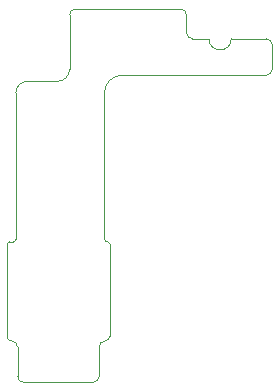
<source format=gm1>
G04 #@! TF.GenerationSoftware,KiCad,Pcbnew,9.0.6*
G04 #@! TF.CreationDate,2025-12-20T18:09:35+05:30*
G04 #@! TF.ProjectId,BloodHound_VENOM_LiPo,426c6f6f-6448-46f7-956e-645f56454e4f,1*
G04 #@! TF.SameCoordinates,Original*
G04 #@! TF.FileFunction,Profile,NP*
%FSLAX46Y46*%
G04 Gerber Fmt 4.6, Leading zero omitted, Abs format (unit mm)*
G04 Created by KiCad (PCBNEW 9.0.6) date 2025-12-20 18:09:35*
%MOMM*%
%LPD*%
G01*
G04 APERTURE LIST*
G04 #@! TA.AperFunction,Profile*
%ADD10C,0.050000*%
G04 #@! TD*
G04 APERTURE END LIST*
D10*
X135700000Y-67000000D02*
G75*
G02*
X136200000Y-66500000I500000J0D01*
G01*
X152850000Y-71600000D02*
X152850000Y-69500000D01*
X134700000Y-72600000D02*
X132150000Y-72600000D01*
X152350000Y-69000000D02*
X149400000Y-69000000D01*
X131150000Y-73600000D02*
X131150000Y-85950000D01*
X130600000Y-86200000D02*
X130900000Y-86200000D01*
X130400000Y-86400000D02*
G75*
G02*
X130600000Y-86200000I200000J0D01*
G01*
X130800000Y-94600000D02*
G75*
G02*
X130400000Y-94200000I0J400000D01*
G01*
X146100000Y-69000000D02*
G75*
G02*
X145600000Y-68500000I0J500000D01*
G01*
X131300000Y-97600000D02*
X131300000Y-95100000D01*
X135700000Y-71600000D02*
G75*
G02*
X134700000Y-72600000I-1000000J0D01*
G01*
X138900000Y-86200000D02*
G75*
G02*
X138650000Y-85950000I0J250000D01*
G01*
X139100000Y-94200000D02*
G75*
G02*
X138700000Y-94600000I-400000J0D01*
G01*
X145600000Y-68500000D02*
X145600000Y-67000000D01*
X145100000Y-66500000D02*
G75*
G02*
X145600000Y-67000000I0J-500000D01*
G01*
X138900000Y-86200000D02*
G75*
G02*
X139100000Y-86400000I0J-200000D01*
G01*
X131800000Y-98100000D02*
X137700000Y-98100000D01*
X152850000Y-71600000D02*
G75*
G02*
X152350000Y-72100000I-500000J0D01*
G01*
X139100000Y-94200000D02*
X139100000Y-86400000D01*
X135700000Y-67000000D02*
X135700000Y-71600000D01*
X138650000Y-85950000D02*
X138650000Y-73600000D01*
X138650000Y-73600000D02*
G75*
G02*
X140150000Y-72100000I1500000J0D01*
G01*
X131150000Y-73600000D02*
G75*
G02*
X132150000Y-72600000I1000000J0D01*
G01*
X130800000Y-94600000D02*
G75*
G02*
X131300000Y-95100000I0J-500000D01*
G01*
X149400000Y-69000000D02*
G75*
G02*
X147500000Y-69000000I-950000J0D01*
G01*
X138200000Y-97600000D02*
G75*
G02*
X137700000Y-98100000I-500000J0D01*
G01*
X138200000Y-95100000D02*
X138200000Y-97600000D01*
X140150000Y-72100000D02*
X152350000Y-72100000D01*
X138200000Y-95100000D02*
G75*
G02*
X138700000Y-94600000I500000J0D01*
G01*
X131150000Y-85950000D02*
G75*
G02*
X130900000Y-86200000I-250000J0D01*
G01*
X130400000Y-94200000D02*
X130400000Y-86400000D01*
X131800000Y-98100000D02*
G75*
G02*
X131300000Y-97600000I0J500000D01*
G01*
X145100000Y-66500000D02*
X136200000Y-66500000D01*
X152350000Y-69000000D02*
G75*
G02*
X152850000Y-69500000I0J-500000D01*
G01*
X147500000Y-69000000D02*
X146100000Y-69000000D01*
M02*

</source>
